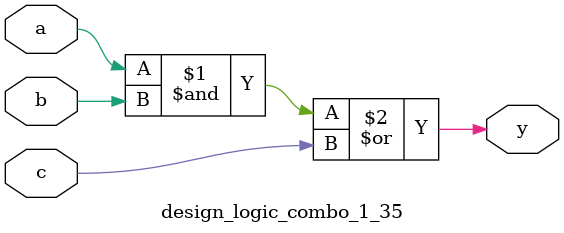
<source format=sv>
module design_logic_combo_1_35(input logic a,b,c, output logic y);
  assign y = (a & b) | c;
endmodule

</source>
